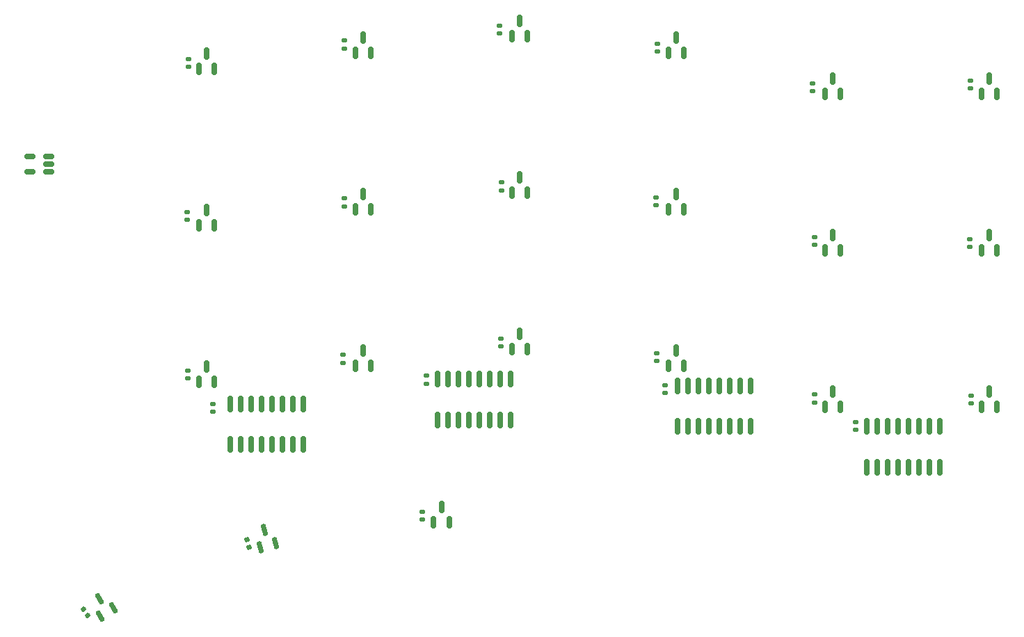
<source format=gtp>
G04 #@! TF.GenerationSoftware,KiCad,Pcbnew,8.0.3*
G04 #@! TF.CreationDate,2024-06-14T18:21:21-07:00*
G04 #@! TF.ProjectId,Keyboard,4b657962-6f61-4726-942e-6b696361645f,rev?*
G04 #@! TF.SameCoordinates,Original*
G04 #@! TF.FileFunction,Paste,Top*
G04 #@! TF.FilePolarity,Positive*
%FSLAX46Y46*%
G04 Gerber Fmt 4.6, Leading zero omitted, Abs format (unit mm)*
G04 Created by KiCad (PCBNEW 8.0.3) date 2024-06-14 18:21:21*
%MOMM*%
%LPD*%
G01*
G04 APERTURE LIST*
G04 Aperture macros list*
%AMRoundRect*
0 Rectangle with rounded corners*
0 $1 Rounding radius*
0 $2 $3 $4 $5 $6 $7 $8 $9 X,Y pos of 4 corners*
0 Add a 4 corners polygon primitive as box body*
4,1,4,$2,$3,$4,$5,$6,$7,$8,$9,$2,$3,0*
0 Add four circle primitives for the rounded corners*
1,1,$1+$1,$2,$3*
1,1,$1+$1,$4,$5*
1,1,$1+$1,$6,$7*
1,1,$1+$1,$8,$9*
0 Add four rect primitives between the rounded corners*
20,1,$1+$1,$2,$3,$4,$5,0*
20,1,$1+$1,$4,$5,$6,$7,0*
20,1,$1+$1,$6,$7,$8,$9,0*
20,1,$1+$1,$8,$9,$2,$3,0*%
G04 Aperture macros list end*
%ADD10RoundRect,0.150000X0.150000X-0.587500X0.150000X0.587500X-0.150000X0.587500X-0.150000X-0.587500X0*%
%ADD11RoundRect,0.140000X0.170000X-0.140000X0.170000X0.140000X-0.170000X0.140000X-0.170000X-0.140000X0*%
%ADD12RoundRect,0.150000X0.150000X-0.825000X0.150000X0.825000X-0.150000X0.825000X-0.150000X-0.825000X0*%
%ADD13RoundRect,0.140000X-0.170000X0.140000X-0.170000X-0.140000X0.170000X-0.140000X0.170000X0.140000X0*%
%ADD14RoundRect,0.150000X0.296945X-0.528659X-0.007167X0.606304X-0.296945X0.528659X0.007167X-0.606304X0*%
%ADD15RoundRect,0.150000X0.512500X0.150000X-0.512500X0.150000X-0.512500X-0.150000X0.512500X-0.150000X0*%
%ADD16RoundRect,0.150000X0.423654X-0.433790X-0.163846X0.583790X-0.423654X0.433790X0.163846X-0.583790X0*%
%ADD17RoundRect,0.140000X0.217224X-0.036244X0.077224X0.206244X-0.217224X0.036244X-0.077224X-0.206244X0*%
%ADD18RoundRect,0.140000X0.200442X-0.091230X0.127973X0.179229X-0.200442X0.091230X-0.127973X-0.179229X0*%
G04 APERTURE END LIST*
D10*
G04 #@! TO.C,U11*
X99620000Y-239837500D03*
X101520000Y-239837500D03*
X100570000Y-237962500D03*
G04 #@! TD*
D11*
G04 #@! TO.C,C36*
X136250000Y-197380000D03*
X136250000Y-196420000D03*
G04 #@! TD*
D10*
G04 #@! TO.C,U12*
X128195000Y-256887500D03*
X130095000Y-256887500D03*
X129145000Y-255012500D03*
G04 #@! TD*
G04 #@! TO.C,U25*
X194870000Y-223787500D03*
X196770000Y-223787500D03*
X195820000Y-221912500D03*
G04 #@! TD*
G04 #@! TO.C,U9*
X99620000Y-201737500D03*
X101520000Y-201737500D03*
X100570000Y-199862500D03*
G04 #@! TD*
D11*
G04 #@! TO.C,C37*
X193450000Y-223360000D03*
X193450000Y-222400000D03*
G04 #@! TD*
G04 #@! TO.C,C33*
X155300000Y-218330000D03*
X155300000Y-217370000D03*
G04 #@! TD*
D12*
G04 #@! TO.C,U6*
X128655000Y-244425000D03*
X129925000Y-244425000D03*
X131195000Y-244425000D03*
X132465000Y-244425000D03*
X133735000Y-244425000D03*
X135005000Y-244425000D03*
X136275000Y-244425000D03*
X137545000Y-244425000D03*
X137545000Y-239475000D03*
X136275000Y-239475000D03*
X135005000Y-239475000D03*
X133735000Y-239475000D03*
X132465000Y-239475000D03*
X131195000Y-239475000D03*
X129925000Y-239475000D03*
X128655000Y-239475000D03*
G04 #@! TD*
D13*
G04 #@! TO.C,C18*
X101350000Y-242490000D03*
X101350000Y-243450000D03*
G04 #@! TD*
D11*
G04 #@! TO.C,C29*
X117350000Y-218430000D03*
X117350000Y-217470000D03*
G04 #@! TD*
G04 #@! TO.C,C28*
X117350000Y-199200000D03*
X117350000Y-198240000D03*
G04 #@! TD*
D10*
G04 #@! TO.C,U18*
X137720000Y-235837500D03*
X139620000Y-235837500D03*
X138670000Y-233962500D03*
G04 #@! TD*
D14*
G04 #@! TO.C,U13*
X107125013Y-259921434D03*
X108960272Y-259429677D03*
X107557357Y-257864445D03*
G04 #@! TD*
D10*
G04 #@! TO.C,U29*
X175820000Y-242837500D03*
X177720000Y-242837500D03*
X176770000Y-240962500D03*
G04 #@! TD*
D11*
G04 #@! TO.C,C35*
X174350000Y-204410000D03*
X174350000Y-203450000D03*
G04 #@! TD*
D12*
G04 #@! TO.C,U5*
X103405000Y-247425000D03*
X104675000Y-247425000D03*
X105945000Y-247425000D03*
X107215000Y-247425000D03*
X108485000Y-247425000D03*
X109755000Y-247425000D03*
X111025000Y-247425000D03*
X112295000Y-247425000D03*
X112295000Y-242475000D03*
X111025000Y-242475000D03*
X109755000Y-242475000D03*
X108485000Y-242475000D03*
X107215000Y-242475000D03*
X105945000Y-242475000D03*
X104675000Y-242475000D03*
X103405000Y-242475000D03*
G04 #@! TD*
D10*
G04 #@! TO.C,U20*
X156770000Y-199737500D03*
X158670000Y-199737500D03*
X157720000Y-197862500D03*
G04 #@! TD*
D11*
G04 #@! TO.C,C22*
X98200000Y-220110000D03*
X98200000Y-219150000D03*
G04 #@! TD*
D15*
G04 #@! TO.C,U31*
X81327500Y-214232500D03*
X81327500Y-213282500D03*
X81327500Y-212332500D03*
X79052500Y-212332500D03*
X79052500Y-214232500D03*
G04 #@! TD*
D11*
G04 #@! TO.C,C34*
X155350000Y-237280000D03*
X155350000Y-236320000D03*
G04 #@! TD*
G04 #@! TO.C,C17*
X98350000Y-201430000D03*
X98350000Y-200470000D03*
G04 #@! TD*
G04 #@! TO.C,C31*
X117150000Y-237480000D03*
X117150000Y-236520000D03*
G04 #@! TD*
D16*
G04 #@! TO.C,U14*
X87606026Y-268286899D03*
X89251474Y-267336900D03*
X87491250Y-266188101D03*
G04 #@! TD*
D10*
G04 #@! TO.C,U21*
X156770000Y-218787500D03*
X158670000Y-218787500D03*
X157720000Y-216912500D03*
G04 #@! TD*
G04 #@! TO.C,U15*
X137720000Y-216787500D03*
X139620000Y-216787500D03*
X138670000Y-214912500D03*
G04 #@! TD*
D12*
G04 #@! TO.C,U7*
X157855000Y-245225000D03*
X159125000Y-245225000D03*
X160395000Y-245225000D03*
X161665000Y-245225000D03*
X162935000Y-245225000D03*
X164205000Y-245225000D03*
X165475000Y-245225000D03*
X166745000Y-245225000D03*
X166745000Y-240275000D03*
X165475000Y-240275000D03*
X164205000Y-240275000D03*
X162935000Y-240275000D03*
X161665000Y-240275000D03*
X160395000Y-240275000D03*
X159125000Y-240275000D03*
X157855000Y-240275000D03*
G04 #@! TD*
D11*
G04 #@! TO.C,C23*
X98300000Y-239410000D03*
X98300000Y-238450000D03*
G04 #@! TD*
G04 #@! TO.C,C40*
X193600000Y-242460000D03*
X193600000Y-241500000D03*
G04 #@! TD*
G04 #@! TO.C,C39*
X174550000Y-223130000D03*
X174550000Y-222170000D03*
G04 #@! TD*
G04 #@! TO.C,C38*
X193562500Y-204100000D03*
X193562500Y-203140000D03*
G04 #@! TD*
D12*
G04 #@! TO.C,U8*
X180905000Y-250175000D03*
X182175000Y-250175000D03*
X183445000Y-250175000D03*
X184715000Y-250175000D03*
X185985000Y-250175000D03*
X187255000Y-250175000D03*
X188525000Y-250175000D03*
X189795000Y-250175000D03*
X189795000Y-245225000D03*
X188525000Y-245225000D03*
X187255000Y-245225000D03*
X185985000Y-245225000D03*
X184715000Y-245225000D03*
X183445000Y-245225000D03*
X182175000Y-245225000D03*
X180905000Y-245225000D03*
G04 #@! TD*
D17*
G04 #@! TO.C,C26*
X86080000Y-268281384D03*
X85600000Y-267450000D03*
G04 #@! TD*
D10*
G04 #@! TO.C,U17*
X118670000Y-218787500D03*
X120570000Y-218787500D03*
X119620000Y-216912500D03*
G04 #@! TD*
D13*
G04 #@! TO.C,C19*
X127300000Y-239070000D03*
X127300000Y-240030000D03*
G04 #@! TD*
D10*
G04 #@! TO.C,U26*
X194870000Y-204737500D03*
X196770000Y-204737500D03*
X195820000Y-202862500D03*
G04 #@! TD*
D18*
G04 #@! TO.C,C25*
X105724233Y-259913644D03*
X105475767Y-258986356D03*
G04 #@! TD*
D10*
G04 #@! TO.C,U24*
X137720000Y-197737500D03*
X139620000Y-197737500D03*
X138670000Y-195862500D03*
G04 #@! TD*
G04 #@! TO.C,U23*
X175820000Y-204737500D03*
X177720000Y-204737500D03*
X176770000Y-202862500D03*
G04 #@! TD*
D11*
G04 #@! TO.C,C41*
X174550000Y-242300000D03*
X174550000Y-241340000D03*
G04 #@! TD*
D10*
G04 #@! TO.C,U22*
X156770000Y-237837500D03*
X158670000Y-237837500D03*
X157720000Y-235962500D03*
G04 #@! TD*
G04 #@! TO.C,U19*
X118670000Y-237837500D03*
X120570000Y-237837500D03*
X119620000Y-235962500D03*
G04 #@! TD*
D13*
G04 #@! TO.C,C21*
X179600000Y-244700000D03*
X179600000Y-245660000D03*
G04 #@! TD*
G04 #@! TO.C,C20*
X156350000Y-240220000D03*
X156350000Y-241180000D03*
G04 #@! TD*
D10*
G04 #@! TO.C,U16*
X118670000Y-199737500D03*
X120570000Y-199737500D03*
X119620000Y-197862500D03*
G04 #@! TD*
D11*
G04 #@! TO.C,C24*
X126845000Y-256597500D03*
X126845000Y-255637500D03*
G04 #@! TD*
D10*
G04 #@! TO.C,U28*
X194870000Y-242837500D03*
X196770000Y-242837500D03*
X195820000Y-240962500D03*
G04 #@! TD*
D11*
G04 #@! TO.C,C32*
X155400000Y-199610000D03*
X155400000Y-198650000D03*
G04 #@! TD*
D10*
G04 #@! TO.C,U10*
X99620000Y-220787500D03*
X101520000Y-220787500D03*
X100570000Y-218912500D03*
G04 #@! TD*
G04 #@! TO.C,U27*
X175820000Y-223787500D03*
X177720000Y-223787500D03*
X176770000Y-221912500D03*
G04 #@! TD*
D11*
G04 #@! TO.C,C27*
X136450000Y-216480000D03*
X136450000Y-215520000D03*
G04 #@! TD*
G04 #@! TO.C,C30*
X136350000Y-235510000D03*
X136350000Y-234550000D03*
G04 #@! TD*
M02*

</source>
